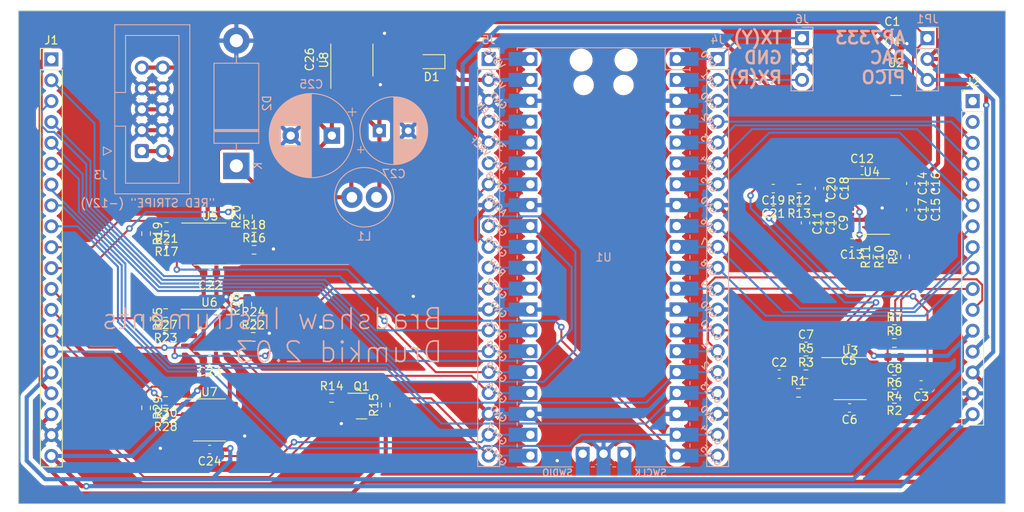
<source format=kicad_pcb>
(kicad_pcb (version 20221018) (generator pcbnew)
  (layers (0 "F.Cu" signal) (31 "B.Cu" signal) (34 "B.Paste" user) (35 "F.Paste" user) (36 "B.SilkS" user "B.Silkscreen") (37 "F.SilkS" user "F.Silkscreen") (38 "B.Mask" user) (39 "F.Mask" user) (44 "Edge.Cuts" user))
  (net 0 "")
  (net 1 "Net-(C2-Pad2)")
  (net 2 "Net-(C3-Pad2)")
  (net 3 "Net-(Q1-B)")
  (net 4 "GND")
  (net 5 "SYNC_IN")
  (net 6 "Net-(U3A--)")
  (net 7 "Net-(U3B--)")
  (net 8 "Net-(C8-Pad2)")
  (net 9 "Net-(U4-CAPP)")
  (net 10 "Net-(U4-CAPM)")
  (net 11 "Net-(U4-VNEG)")
  (net 12 "Net-(U4-LDOO)")
  (net 13 "Net-(D2-K)")
  (net 15 "Net-(JP1-A)")
  (net 16 "Net-(#FLG02-pwr)")
  (net 17 "SD_CLOCK")
  (net 18 "SD_SERIAL_OUT")
  (net 19 "SD_SERIAL_IN")
  (net 20 "SD_CHIP_SELECT")
  (net 21 "595_DATA")
  (net 22 "595_CLOCK")
  (net 23 "595_LATCH")
  (net 24 "DAC_DOUT")
  (net 25 "DAC_BCLK")
  (net 26 "DAC_LRC")
  (net 27 "165_LOAD")
  (net 28 "165_CLOCK")
  (net 29 "165_DATA")
  (net 30 "SYNC_OUT")
  (net 31 "4051_ADDRESS_A")
  (net 32 "4051_ADDRESS_B")
  (net 33 "4051_ADDRESS_C")
  (net 35 "4051_READING_0")
  (net 36 "4051_READING_1")
  (net 37 "TRIGGER_OUT_1_EURO")
  (net 39 "SERIAL_TX")
  (net 40 "LINE_OUT_L")
  (net 41 "+5V")
  (net 44 "TRIGGER_OUT_2_EURO")
  (net 45 "TRIGGER_OUT_3_EURO")
  (net 46 "TRIGGER_OUT_4_EURO")
  (net 47 "SYNC_IN_EURO")
  (net 48 "SYNC_OUT_EURO")
  (net 49 "EURO_OUT_1")
  (net 50 "EURO_OUT_2")
  (net 51 "Net-(U4-BCK)")
  (net 52 "Net-(U4-DIN)")
  (net 53 "Net-(U4-LRCK)")
  (net 54 "Net-(U4-OUTL)")
  (net 55 "+3.3VDAC")
  (net 56 "Net-(U4-OUTR)")
  (net 57 "LINE_OUT_R")
  (net 58 "Net-(U5B--)")
  (net 59 "+12V")
  (net 60 "-12V")
  (net 61 "Net-(U5A--)")
  (net 62 "Net-(C7-Pad2)")
  (net 63 "Net-(R18-Pad1)")
  (net 64 "Net-(R19-Pad1)")
  (net 65 "Net-(U6B--)")
  (net 66 "Net-(U6A--)")
  (net 67 "Net-(R24-Pad1)")
  (net 68 "Net-(R25-Pad1)")
  (net 69 "Net-(U7A--)")
  (net 70 "Net-(R29-Pad1)")
  (net 71 "Net-(U7B--)")
  (net 72 "+3.3V")
  (net 73 "SERIAL_RX")
  (net 74 "unconnected-(J5-Pin_1-Pad1)")
  (net 75 "unconnected-(J5-Pin_4-Pad4)")
  (net 76 "TRIGGER_OUT_1")
  (net 77 "TRIGGER_OUT_4")
  (net 78 "TRIGGER_OUT_3")
  (net 79 "TRIGGER_OUT_2")
  (net 80 "unconnected-(J5-Pin_6-Pad6)")
  (net 81 "unconnected-(J5-Pin_11-Pad11)")
  (footprint "Diode_SMD:D_SOD-323" (layer "F.Cu") (at 130.232323 56.2 180)
    (fp_text reference "D1")
    (fp_text value "1N5819WS")
  )
  (footprint "Resistor_SMD:R_0603_1608Metric" (layer "F.Cu") (at 184.4325 79.945 90)
    (fp_text reference "R11")
    (fp_text value "56R")
  )
  (footprint "Resistor_SMD:R_0603_1608Metric" (layer "F.Cu") (at 186.485 90.435)
    (fp_text reference "R8")
    (fp_text value "1k")
  )
  (footprint "Resistor_SMD:R_0603_1608Metric" (layer "F.Cu") (at 186.485 97.235 180)
    (fp_text reference "R2")
    (fp_text value "39k")
  )
  (footprint "Package_SO:TSSOP-20_4.4x6.5mm_P0.65mm" (layer "F.Cu") (at 183.72 73.82)
    (fp_text reference "U4")
    (fp_text value "PCM5102")
  )
  (footprint "Package_SO:SOIC-8_3.9x4.9mm_P1.27mm" (layer "F.Cu") (at 120.532323 56 90)
    (fp_text reference "U8")
    (fp_text value "XL1509-5.0")
  )
  (footprint "Resistor_SMD:R_0603_1608Metric" (layer "F.Cu") (at 118.075 97.11)
    (fp_text reference "R14")
    (fp_text value "100K")
  )
  (footprint "Resistor_SMD:R_0603_1608Metric" (layer "F.Cu") (at 186.0825 79.945 90)
    (fp_text reference "R10")
    (fp_text value "56R")
  )
  (footprint "Resistor_SMD:R_0603_1608Metric" (layer "F.Cu") (at 95.515 77.12 -90)
    (fp_text reference "R19")
    (fp_text value "100k")
  )
  (footprint "Capacitor_SMD:C_0603_1608Metric" (layer "F.Cu") (at 189.735 95.535 180)
    (fp_text reference "C3")
    (fp_text value "10uF")
  )
  (footprint "Connector_PinHeader_2.54mm:PinHeader_1x20_P2.54mm_Vertical" (layer "F.Cu") (at 84 55.92)
    (fp_text reference "J1")
    (fp_text value "Conn_01x20_Pin")
  )
  (footprint "Capacitor_SMD:C_0603_1608Metric" (layer "F.Cu") (at 177.3825 71.62 -90)
    (fp_text reference "C20")
    (fp_text value "10uF")
  )
  (footprint "Capacitor_SMD:C_0603_1608Metric" (layer "F.Cu") (at 190.0825 71.02 -90)
    (fp_text reference "C16")
    (fp_text value "10uF")
  )
  (footprint "Package_SO:SOIC-8_3.9x4.9mm_P1.27mm" (layer "F.Cu") (at 181.11 94.77)
    (fp_text reference "U3")
    (fp_text value "TL072")
  )
  (footprint "Capacitor_SMD:C_0603_1608Metric" (layer "F.Cu") (at 172.485 94.235)
    (fp_text reference "C2")
    (fp_text value "10uF")
  )
  (footprint "Capacitor_SMD:C_0603_1608Metric" (layer "F.Cu") (at 175.6825 75.82 -90)
    (fp_text reference "C11")
    (fp_text value "10uF")
  )
  (footprint "Resistor_SMD:R_0603_1608Metric" (layer "F.Cu") (at 175.735 94.235)
    (fp_text reference "R3")
    (fp_text value "5.6k")
  )
  (footprint "Resistor_SMD:R_0603_1608Metric" (layer "F.Cu") (at 107.915 75.07 90)
    (fp_text reference "R20")
    (fp_text value "1k")
  )
  (footprint "Capacitor_SMD:C_0603_1608Metric" (layer "F.Cu") (at 188.4825 71.02 -90)
    (fp_text reference "C14")
    (fp_text value "0.1uF")
  )
  (footprint "Package_TO_SOT_SMD:SOT-23" (layer "F.Cu") (at 186.67 58.75)
    (fp_text reference "U2")
    (fp_text value "AP7333-33SAG")
  )
  (footprint "Capacitor_SMD:C_0603_1608Metric" (layer "F.Cu") (at 186.23 52.76)
    (fp_text reference "C1")
    (fp_text value "1uF")
  )
  (footprint "Resistor_SMD:R_0603_1608Metric" (layer "F.Cu") (at 174.9075 73.245 180)
    (fp_text reference "R13")
    (fp_text value "470R")
  )
  (footprint "Package_SO:SOIC-8_3.9x4.9mm_P1.27mm" (layer "F.Cu") (at 103.29 78.4)
    (fp_text reference "U5")
    (fp_text value "TL072")
  )
  (footprint "Capacitor_SMD:C_0603_1608Metric" (layer "F.Cu") (at 188.4825 74.22 -90)
    (fp_text reference "C17")
    (fp_text value "0.1uF")
  )
  (footprint "Resistor_SMD:R_0603_1608Metric" (layer "F.Cu") (at 97.99 77.895 180)
    (fp_text reference "R17")
    (fp_text value "100k")
  )
  (footprint "Resistor_SMD:R_0603_1608Metric" (layer "F.Cu") (at 174.825 96.5)
    (fp_text reference "R1")
    (fp_text value "39k")
  )
  (footprint "Resistor_SMD:R_0603_1608Metric" (layer "F.Cu") (at 124.65 97.985 90)
    (fp_text reference "R15")
    (fp_text value "10K")
  )
  (footprint "Connector_PinHeader_2.54mm:PinHeader_1x16_P2.54mm_Vertical" (layer "F.Cu") (at 196 61)
    (fp_text reference "J2")
    (fp_text value "Conn_01x16_Pin")
  )
  (footprint "Resistor_SMD:R_0603_1608Metric" (layer "F.Cu") (at 97.99 76.295 180)
    (fp_text reference "R21")
    (fp_text value "1k")
  )
  (footprint "Capacitor_SMD:C_0603_1608Metric" (layer "F.Cu") (at 103.24 92.495 180)
    (fp_text reference "C23")
    (fp_text value "100n")
  )
  (footprint "Resistor_SMD:R_0603_1608Metric" (layer "F.Cu") (at 108.54 89.695)
    (fp_text reference "R22")
    (fp_text value "100k")
  )
  (footprint "Resistor_SMD:R_0603_1608Metric" (layer "F.Cu") (at 186.485 93.835 180)
    (fp_text reference "R6")
    (fp_text value "39k")
  )
  (footprint "Resistor_SMD:R_0603_1608Metric" (layer "F.Cu") (at 108.64 79.095)
    (fp_text reference "R16")
    (fp_text value "100k")
  )
  (footprint "Resistor_SMD:R_0603_1608Metric" (layer "F.Cu") (at 97.89 88.395 180)
    (fp_text reference "R23")
    (fp_text value "100k")
  )
  (footprint "Package_SO:SOIC-8_3.9x4.9mm_P1.27mm" (layer "F.Cu") (at 103.215 99.795)
    (fp_text reference "U7")
    (fp_text value "TL072")
  )
  (footprint "Resistor_SMD:R_0603_1608Metric" (layer "F.Cu") (at 97.89 99.195 180)
    (fp_text reference "R28")
    (fp_text value "100k")
  )
  (footprint "Resistor_SMD:R_0603_1608Metric" (layer "F.Cu") (at 186.485 88.735)
    (fp_text reference "R7")
    (fp_text value "1k")
  )
  (footprint "Capacitor_SMD:C_0603_1608Metric" (layer "F.Cu") (at 190.0825 74.22 -90)
    (fp_text reference "C15")
    (fp_text value "1uF")
  )
  (footprint "Capacitor_SMD:C_0603_1608Metric" (layer "F.Cu") (at 103.24 103.395 180)
    (fp_text reference "C24")
    (fp_text value "100n")
  )
  (footprint "Resistor_SMD:R_0603_1608Metric" (layer "F.Cu") (at 175.735 92.535)
    (fp_text reference "R5")
    (fp_text value "39k")
  )
  (footprint "Capacitor_SMD:C_0603_1608Metric" (layer "F.Cu") (at 181.035 98.335 180)
    (fp_text reference "C6")
    (fp_text value "100n")
  )
  (footprint "Resistor_SMD:R_0603_1608Metric" (layer "F.Cu") (at 107.815 85.72 90)
    (fp_text reference "R26")
    (fp_text value "1k")
  )
  (footprint "Capacitor_SMD:C_0603_1608Metric" (layer "F.Cu") (at 178.8825 75.82 -90)
    (fp_text reference "C9")
    (fp_text value "0.1uF")
  )
  (footprint "Capacitor_SMD:C_0603_1608Metric" (layer "F.Cu") (at 186.485 92.135 180)
    (fp_text reference "C8")
    (fp_text value "18p")
  )
  (footprint "Resistor_SMD:R_0603_1608Metric" (layer "F.Cu") (at 97.89 86.795 180)
    (fp_text reference "R27")
    (fp_text value "1k")
  )
  (footprint "Resistor_SMD:R_0603_1608Metric" (layer "F.Cu") (at 174.9075 71.645 180)
    (fp_text reference "R12")
    (fp_text value "470R")
  )
  (footprint "Capacitor_SMD:C_0603_1608Metric" (layer "F.Cu") (at 103.29 81.995 180)
    (fp_text reference "C22")
    (fp_text value "100n")
  )
  (footprint "Capacitor_SMD:C_0603_1608Metric" (layer "F.Cu") (at 180.935 91.135 180)
    (fp_text reference "C5")
    (fp_text value "100n")
  )
  (footprint "Resistor_SMD:R_0603_1608Metric" (layer "F.Cu") (at 186.485 95.535 180)
    (fp_text reference "R4")
    (fp_text value "5.6k")
  )
  (footprint "Resistor_SMD:R_0603_1608Metric" (layer "F.Cu") (at 108.64 77.495)
    (fp_text reference "R18")
    (fp_text value "100k")
  )
  (footprint "Capacitor_SMD:C_0603_1608Metric" (layer "F.Cu") (at 177.2825 75.82 -90)
    (fp_text reference "C10")
    (fp_text value "1uF")
  )
  (footprint "Capacitor_SMD:C_0603_1608Metric" (layer "F.Cu") (at 178.9825 71.62 -90)
    (fp_text reference "C18")
    (fp_text value "0.1uF")
  )
  (footprint "Capacitor_SMD:C_0603_1608Metric" (layer "F.Cu") (at 171.7575 73.245 180)
    (fp_text reference "C21")
    (fp_text value "2.2nF")
  )
  (footprint "Capacitor_SMD:C_0603_1608Metric" (layer "F.Cu") (at 175.735 90.835)
    (fp_text reference "C7")
    (fp_text value "18p")
  )
  (footprint "Package_SO:SOIC-8_3.9x4.9mm_P1.27mm" (layer "F.Cu") (at 103.215 88.895)
    (fp_text reference "U6")
    (fp_text value "TL072")
  )
  (footprint "Capacitor_SMD:C_0603_1608Metric" (layer "F.Cu") (at 182.5575 69.445)
    (fp_text reference "C12")
    (fp_text value "2.2uF")
  )
  (footprint "Capacitor_SMD:C_0603_1608Metric" (layer "F.Cu") (at 171.7575 71.645 180)
    (fp_text reference "C19")
    (fp_text value "2.2nF")
  )
  (footprint "Resistor_SMD:R_0603_1608Metric" (layer "F.Cu") (at 97.89 97.495 180)
    (fp_text reference "R30")
    (fp_text value "1k")
  )
  (footprint "Capacitor_SMD:C_0603_1608Metric" (layer "F.Cu") (at 116.832323 55.925 90)
    (fp_text reference "C26")
    (fp_text value "1uF")
  )
  (footprint "Capacitor_SMD:C_0603_1608Metric" (layer "F.Cu") (at 186.23 55.27)
    (fp_text reference "C4")
    (fp_text value "1uF")
  )
  (footprint "Capacitor_SMD:C_0603_1608Metric" (layer "F.Cu") (at 181.3075 78.245 180)
    (fp_text reference "C13")
    (fp_text value "2.2uF")
  )
  (footprint "Resistor_SMD:R_0603_1608Metric" (layer "F.Cu") (at 108.54 88.095)
    (fp_text reference "R24")
    (fp_text value "100k")
  )
  (footprint "Resistor_SMD:R_0603_1608Metric" (layer "F.Cu") (at 187.7825 79.945 90)
    (fp_text reference "R9")
    (fp_text value "56R")
  )
  (footprint "Package_TO_SOT_SMD:SOT-23" (layer "F.Cu") (at 121.7125 98.11)
    (fp_text reference "Q1")
    (fp_text value "MMBT3904")
  )
  (footprint "Resistor_SMD:R_0603_1608Metric" (layer "F.Cu") (at 95.515 87.52 -90)
    (fp_text reference "R25")
    (fp_text value "100k")
  )
  (footprint "Resistor_SMD:R_0603_1608Metric" (layer "F.Cu") (at 95.515 98.32 -90)
    (fp_text reference "R29")
    (fp_text value "100k")
  )
  (footprint "Connector_IDC:IDC-Header_2x05_P2.54mm_Vertical" (layer "B.Cu") (at 95 67.08)
    (fp_text reference "J3")
    (fp_text value "Eurorack_Power")
  )
  (footprint "Connector_PinHeader_2.54mm:PinHeader_1x03_P2.54mm_Vertical" (layer "B.Cu") (at 190.5 53.34 180)
    (fp_text reference "JP1")
    (fp_text value "Jumper_3_Open")
  )
  (footprint "Inductor_THT:L_Radial_D7.0mm_P3.00mm" (layer "B.Cu") (at 120.532323 72.7)
    (fp_text reference "L1")
    (fp_text value "68uH/2A")
  )
  (footprint "Connector_PinHeader_2.54mm:PinHeader_1x20_P2.54mm_Vertical" (layer "B.Cu") (at 165 55.88 180)
    (fp_text reference "J4")
    (fp_text value "Conn_01x20_Pin")
  )
  (footprint "Capacitor_THT:CP_Radial_D8.0mm_P3.50mm" (layer "B.Cu") (at 123.879672 64.6)
    (fp_text reference "C27")
    (fp_text value "180uF 35V")
  )
  (footprint "Capacitor_THT:CP_Radial_D10.0mm_P5.00mm" (layer "B.Cu") (at 118.1 65.2 180)
    (fp_text reference "C25")
    (fp_text value "470uF 35V")
  )
  (footprint "Diode_THT:D_DO-201AD_P15.24mm_Horizontal" (layer "B.Cu") (at 106.49 68.88 90)
    (fp_text reference "D2")
    (fp_text value "1N5820")
  )
  (footprint "Connector_PinHeader_2.54mm:PinHeader_1x03_P2.54mm_Vertical" (layer "B.Cu") (at 175.26 53.34 180)
    (fp_text reference "J6")
    (fp_text value "Conn_01x03_Pin")
  )
  (footprint "Connector_PinHeader_2.54mm:PinHeader_1x20_P2.54mm_Vertical" (layer "B.Cu") (at 137.16 55.88 180)
    (fp_text reference "J5")
    (fp_text value "Conn_01x20_Pin")
  )
  (footprint "MCU_RaspberryPi_and_Boards:RPi_Pico_SMD_TH" (layer "B.Cu") (at 151.13 80.01 180)
    (fp_text reference "U1")
    (fp_text value "Pico")
  )
  (gr_rect (start 80 50) (end 200 110) (stroke (width 0.1)) (fill none) (layer "Edge.Cuts"))
  (gr_text "{dblquote}RED STRIPE{dblquote} (-12V)" (at 104 74) (layer "B.SilkS") (effects (font (size 1 1)) (justify left bottom mirror)))
  (gr_text "Bradshaw Instruments\nDrumkid 2.03" (at 131.75 93) (layer "B.SilkS") (effects (font (size 2.5 2.5) (thickness 0.2)) (justify left bottom mirror)))
  (gr_text "TX(Y)\nGND\nRX(R)" (at 173 59) (layer "B.SilkS") (effects (font (size 1.5 1.5) (thickness 0.3) bold) (justify left bottom mirror)))
  (gr_text "AP7333\nDAC\nPICO" (at 188 59) (layer "B.SilkS") (effects (font (size 1.5 1.5) (thickness 0.3) bold) (justify left bottom mirror)))
  (segment (start 174.91 94.235) (end 173.26 94.235) (width 0.5) (layer "F.Cu") (net 1))
  (segment (start 173.26 95.76) (end 173.26 94.235) (width 0.25) (layer "F.Cu") (net 1))
  (segment (start 174 96.5) (end 173.26 95.76) (width 0.25) (layer "F.Cu") (net 1))
  (segment (start 187.31 95.535) (end 187.31 97.235) (width 0.25) (layer "F.Cu") (net 2))
  (segment (start 188.96 95.535) (end 187.31 95.535) (width 0.25) (layer "F.Cu") (net 2))
  (segment (start 120.775 97.16) (end 118.95 97.16) (width 0.25) (layer "F.Cu") (net 3))
  (segment (start 118.95 97.16) (end 118.9 97.11) (width 0.25) (layer "F.Cu") (net 3))
  (segment (start 145.5 102.32) (end 142.24 99.06) (width 0.5) (layer "F.Cu") (net 4))
  (segment (start 145.5 104.75) (end 145.5 102.32) (width 0.5) (layer "F.Cu") (net 4))
  (segment (start 151.13 103.91) (end 146.28 99.06) (width 0.5) (layer "F.Cu") (net 4))
  (segment (start 116.832323 55.15) (end 117.002323 55.15) (width 0.5) (layer "F.Cu") (net 4))
  (segment (start 180.8575 76.745) (end 180.8575 76.145) (width 0.5) (layer "F.Cu") (net 4))
  (segment (start 194.4 98.16) (end 196 96.56) (width 0.5) (layer "F.Cu") (net 4))
  (segment (start 187.005 58.1475) (end 187.6075 58.75) (width 0.5) (layer "F.Cu") (net 4))
  (segment (start 123.725 53.525) (end 124.5 52.75) (width 0.5) (layer "F.Cu") (net 4))
  (segment (start 105.69 101.7) (end 107.45 101.7) (width 0.5) (layer "F.Cu") (net 4))
  (segment (start 187.005 55.27) (end 187.005 58.1475) (width 0.5) (layer "F.Cu") (net 4))
  (segment (start 165 73.66) (end 170.5675 73.66) (width 0.5) (layer "F.Cu") (net 4))
  (segment (start 187.005 55.27) (end 187.005 54.995) (width 0.5) (layer "F.Cu") (net 4))
  (segment (start 167.935 76.595) (end 165 73.66) (width 0.5) (layer "F.Cu") (net 4))
  (segment (start 170.9825 73.245) (end 170.9825 71.645) (width 0.5) (layer "F.Cu") (net 4))
  (segment (start 175.65 96.5) (end 176.745 95.405) (width 0.5) (layer "F.Cu") (net 4))
  (segment (start 188.4825 71.795) (end 188.2325 71.545) (width 0.5) (layer "F.Cu") (net 4))
  (segment (start 181.925 98.335) (end 183.585 96.675) (width 0.5) (layer "F.Cu") (net 4))
  (segment (start 185.66 97.235) (end 186.585 98.16) (width 0.5) (layer "F.Cu") (net 4))
  (segment (start 185.505 73.495) (end 185 74) (width 0.25) (layer "F.Cu") (net 4))
  (segment (start 178.8825 76.595) (end 175.6825 76.595) (width 0.5) (layer "F.Cu") (net 4))
  (segment (start 180.5325 78.245) (end 180.5325 77.07) (width 0.5) (layer "F.Cu") (net 4))
  (segment (start 179.0325 76.745) (end 178.8825 76.595) (width 0.5) (layer "F.Cu") (net 4))
  (segment (start 178.9825 72.395) (end 178.9505 72.395) (width 0.5) (layer "F.Cu") (net 4))
  (segment (start 97.25 101.75) (end 96 100.5) (width 0.5) (layer "F.Cu") (net 4))
  (segment (start 180.8575 76.745) (end 179.0325 76.745) (width 0.5) (layer "F.Cu") (net 4))
  (segment (start 188.4825 75.060317) (end 187.447817 76.095) (width 0.5) (layer "F.Cu") (net 4))
  (segment (start 185.1 96.675) (end 185.66 97.235) (width 0.5) (layer "F.Cu") (net 4))
  (segment (start 97.165 77.895) (end 97.165 77.915) (width 0.5) (layer "F.Cu") (net 4))
  (segment (start 181.81 98.335) (end 181.925 98.335) (width 0.5) (layer "F.Cu") (net 4))
  (segment (start 109.365 89.695) (end 110.055 89.695) (width 0.5) (layer "F.Cu") (net 4))
  (segment (start 191.205 71.795) (end 191.25 71.75) (width 0.5) (layer "F.Cu") (net 4))
  (segment (start 188.4825 74.995) (end 188.4825 75.060317) (width 0.5) (layer "F.Cu") (net 4))
  (segment (start 123.475 58.475) (end 124 59) (width 0.5) (layer "F.Cu") (net 4))
  (segment (start 190.0825 74.995) (end 188.4825 74.995) (width 0.5) (layer "F.Cu") (net 4))
  (segment (start 187.005 54.995) (end 188 54) (width 0.5) (layer "F.Cu") (net 4))
  (segment (start 109.465 79.095) (end 110.905 79.095) (width 0.5) (layer "F.Cu") (net 4))
  (segment (start 97.065 88.395) (end 97.065 88.565) (width 0.5) (layer "F.Cu") (net 4))
  (segment (start 186.5825 76.745) (end 186.5825 76.095) (width 0.5) (layer "F.Cu") (net 4))
  (segment (start 186.585 98.16) (end 194.4 98.16) (width 0.5) (layer "F.Cu") (net 4))
  (segment (start 190.0825 71.795) (end 188.4825 71.795) (width 0.5) (layer "F.Cu") (net 4))
  (segment (start 105.25 84.8245) (end 108.0745 82) (width 0.5) (layer "F.Cu") (net 4))
  (segment (start 179.1825 72.195) (end 178.9825 72.395) (width 0.5) (layer "F.Cu") (net 4))
  (segment (start 97.25 103.25) (end 97.25 101.75) (width 0.5) (layer "F.Cu") (net 4))
  (segment (start 97.165 77.915) (end 98 78.75) (width 0.5) (layer "F.Cu") (net 4))
  (segment (start 97.54 62) (end 95 62) (width 0.5) (layer "F.Cu") (net 4))
  (segment (start 110.055 89.695) (end 110.5 89.25) (width 0.5) (layer "F.Cu") (net 4))
  (segment (start 191.25 73.8275) (end 191.25 71.75) (width 0.5) (layer "F.Cu") (net 4))
  (segment (start 117.002323 55.15) (end 118.627323 53.525) (width 0.5) (layer "F.Cu") (net 4))
  (segment (start 118.627323 53.525) (end 122.437323 53.525) (width 0.5) (layer "F.Cu") (net 4))
  (segment (start 120.775 99.06) (end 120.44 99.06) (width 0.5) (layer "F.Cu") (net 4))
  (segment (start 128.82 82) (end 137.16 73.66) (width 0.5) (layer "F.Cu") (net 4))
  (segment (start 190.0825 71.795) (end 191.205 71.795) (width 0.5) (layer "F.Cu") (net 4))
  (segment (start 188.2325 71.545) (end 186.92245 71.545) (width 0.5) (layer "F.Cu") (net 4))
  (segment (start 183.585 96.675) (end 180.458528 96.675) (width 0.5) (layer "F.Cu") (net 4))
  (segment (start 107.45 101.7) (end 107.5 101.75) (width 0.5) (layer "F.Cu") (net 4))
  (segment (start 146.28 99.06) (end 142.24 99.06) (width 0.5) (layer "F.Cu") (net 4))
  (segment (start 97.065 88.565) (end 97.75 89.25) (width 0.5) (layer "F.Cu") (net 4))
  (segment (start 108.0745 82) (end 128.82 82) (width 0.5) (layer "F.Cu") (net 4))
  (segment (start 97.54 59.46) (end 95 59.46) (width 0.5) (layer "F.Cu") (net 4))
  (segment (start 186.5825 73.495) (end 185.505 73.495) (width 0.25) (layer "F.Cu") (net 4))
  (segment (start 97.065 99.195) (end 97.065 99.435) (width 0.5) (layer "F.Cu") (net 4))
  (segment (start 97.065 99.435) (end 96 100.5) (width 0.5) (layer "F.Cu") (net 4))
  (segment (start 122.437323 53.525) (end 123.725 53.525) (width 0.5) (layer "F.Cu") (net 4))
  (segment (start 97.54 64.54) (end 95 64.54) (width 0.5) (layer "F.Cu") (net 4))
  (segment (start 180.458528 96.675) (end 179.188528 95.405) (width 0.5) (layer "F.Cu") (net 4))
  (segment (start 180.16 91.135) (end 180.16 94.433528) (width 0.5) (layer "F.Cu") (net 4))
  (segment (start 180.16 94.433528) (end 179.188528 95.405) (width 0.5) (layer "F.Cu") (net 4))
  (segment (start 180.8575 72.195) (end 179.1825 72.195) (width 0.5) (layer "F.Cu") (net 4))
  (segment (start 190.0825 74.995) (end 191.25 73.8275) (width 0.5) (layer "F.Cu") (net 4))
  (segment (start 122.437323 58.475) (end 123.475 58.475) (width 0.5) (layer "F.Cu") (net 4))
  (segment (start 116.75 88.5) (end 120.5 84.75) (width 0.5) (layer "F.Cu") (net 4))
  (segment (start 178.9505 72.395) (end 178.25 73.0955) (width 0.5) (layer "F.Cu") (net 4))
  (segment (start 120.44 99.06) (end 119.25 100.25) (width 0.5) (layer "F.Cu") (net 4))
  (segment (start 120.5 84.75) (end 128 84.75) (width 0.5) (layer "F.Cu") (net 4))
  (segment (start 187.447817 76.095) (end 186.5825 76.095) (width 0.5) (layer "F.Cu") (net 4))
  (segment (start 178.9825 72.395) (end 177.3825 72.395) (width 0.5) (layer "F.Cu") (net 4))
  (segment (start 183.585 96.675) (end 185.1 96.675) (width 0.5) (layer "F.Cu") (net 4))
  (segment (start 170.5675 73.66) (end 170.9825 73.245) (width 0.5) (layer "F.Cu") (net 4))
  (segment (start 110.905 79.095) (end 111 79) (width 0.5) (layer "F.Cu") (net 4))
  (segment (start 179.188528 95.405) (end 178.635 95.405) (width 0.5) (layer "F.Cu") (net 4))
  (segment (start 187.005 52.76) (end 187.005 55.27) (width 0.5) (layer "F.Cu") (net 4))
  (segment (start 175.6825 76.595) (end 167.935 76.595) (width 0.5) (layer "F.Cu") (net 4))
  (segment (start 180.5325 77.07) (end 180.8575 76.745) (width 0.5) (layer "F.Cu") (net 4))
  (segment (start 176.745 95.405) (end 178.635 95.405) (width 0.5) (layer "F.Cu") (net 4))
  (via (at 97.75 89.25) (size 0.8) (drill 0.4) (layers "F.Cu" "B.Cu") (net 4))
  (via (at 119.25 100.25) (size 0.8) (drill 0.4) (layers "F.Cu" "B.Cu") (net 4))
  (via (at 97.25 103.25) (size 0.8) (drill 0.4) (layers "F.Cu" "B.Cu") (net 4))
  (via (at 188 54) (size 0.8) (drill 0.4) (layers "F.Cu" "B.Cu") (net 4))
  (via (at 185 74) (size 0.8) (drill 0.4) (layers "F.Cu" "B.Cu") (net 4))
  (via (at 111 79) (size 0.8) (drill 0.4) (layers "F.Cu" "B.Cu") (net 4))
  (via (at 105.25 84.8245) (size 0.8) (drill 0.4) (layers "F.Cu" "B.Cu") (net 4))
  (via (at 128 84.75) (size 0.8) (drill 0.4) (layers "F.Cu" "B.Cu") (net 4))
  (via (at 191.25 71.75) (size 0.8) (drill 0.4) (layers "F.Cu" "B.Cu") (net 4))
  (via (at 145.5 104.75) (size 0.8) (drill 0.4) (layers "F.Cu" "B.Cu") (net 4))
  (via (at 124.5 52.75) (size 0.8) (drill 0.4) (layers "F.Cu" "B.Cu") (net 4))
  (via (at 110.5 89.25) (size 0.8) (drill 0.4) (layers "F.Cu" "B.Cu") (net 4))
  (via (at 107.5 101.75) (size 0.8) (drill 0.4) (layers "F.Cu" "B.Cu") (net 4))
  (via (at 98 78.75) (size 0.8) (drill 0.4) (layers "F.Cu" "B.Cu") (net 4))
  (via (at 116.75 88.5) (size 0.8) (drill 0.4) (layers "F.Cu" "B.Cu") (net 4))
  (via (at 124 59) (size 0.8) (drill 0.4) (layers "F.Cu" "B.Cu") (net 4))
  (via (at 178.25 73.0955) (size 0.8) (drill 0.4) (layers "F.Cu" "B.Cu") (net 4))
  (segment (start 97.75 89.25) (end 102.1755 84.8245) (width 0.5) (layer "B.Cu") (net 4))
  (segment (start 160.02 73.66) (end 165 73.66) (width 0.5) (layer "B.Cu") (net 4))
  (segment (start 160.02 60.96) (end 165 60.96) (width 0.5) (layer "B.Cu") (net 4))
  (segment (start 137.16 60.96) (end 142.24 60.96) (width 0.5) (layer "B.Cu") (net 4))
  (segment (start 165 99.06) (end 160.02 99.06) (width 0.5) (layer "B.Cu") (net 4))
  (segment (start 142.24 73.66) (end 137.16 73.66) (width 0.5) (layer "B.Cu") (net 4))
  (segment (start 142.24 99.06) (end 137.16 99.06) (width 0.5) (layer "B.Cu") (net 4))
  (segment (start 102.1755 84.8245) (end 105.25 84.8245) (width 0.5) (layer "B.Cu") (net 4))
  (segment (start 160.02 86.36) (end 165 86.36) (width 0.5) (layer "B.Cu") (net 4))
  (segment (start 137.16 86.36) (end 142.24 86.36) (width 0.5) (layer "B.Cu") (net 4))
  (segment (start 130.18 97.16) (end 137.16 104.14) (width 0.25) (layer "F.Cu") (net 5))
  (segment (start 123.6 97.16) (end 122.65 98.11) (width 0.25) (layer "F.Cu") (net 5))
  (segment (start 124.65 97.16) (end 130.18 97.16) (width 0.25) (layer "F.Cu") (net 5))
  (segment (start 124.65 97.16) (end 123.6 97.16) (width 0.25) (layer "F.Cu") (net 5))
  (segment (start 142.24 104.14) (end 137.16 104.14) (width 0.25) (layer "B.Cu") (net 5))
  (segment (start 176.66 94.135) (end 176.56 94.235) (width 0.5) (layer "F.Cu") (net 6))
  (segment (start 174.91 92.535) (end 174.91 90.885) (width 0.5) (layer "F.Cu") (net 6))
  (segment (start 178.635 94.135) (end 176.66 94.135) (width 0.5) (layer "F.Cu") (net 6))
  (segment (start 176.56 94.185) (end 174.91 92.535) (width 0.5) (layer "F.Cu") (net 6))
  (segment (start 176.56 94.235) (end 176.56 94.185) (width 0.5) (layer "F.Cu") (net 6))
  (segment (start 174.91 90.885) (end 174.96 90.835) (width 0.5) (layer "F.Cu") (net 6))
  (segment (start 187.31 93.835) (end 187.31 92.185) (width 0.25) (layer "F.Cu") (net 7))
  (segment (start 187.31 93.835) (end 187.31 93.885) (width 0.25) (layer "F.Cu") (net 7))
  (segment (start 185.66 95.535) (end 183.715 95.535) (width 0.25) (layer "F.Cu") (net 7))
  (segment (start 187.31 93.885) (end 185.66 95.535) (width 0.25) (layer "F.Cu") (net 7))
  (segment (start 187.31 92.185) (end 187.26 92.135) (width 0.25) (layer "F.Cu") (net 7))
  (segment (start 183.715 95.535) (end 183.585 95.405) (width 0.25) (layer "F.Cu") (net 7))
  (segment (start 185.71 93.785) (end 185.66 93.835) (width 0.25) (layer "F.Cu") (net 8))
  (segment (start 185.66 92.085) (end 185.71 92.135) (width 0.25) (layer "F.Cu") (net 8))
  (segment (start 185.66 93.835) (end 183.885 93.835) (width 0.25) (layer "F.Cu") (net 8))
  (segment (start 183.885 93.835) (end 183.585 94.135) (width 0.25) (layer "F.Cu") (net 8))
  (segment (start 185.66 90.435) (end 185.66 92.085) (width 0.25) (layer "F.Cu") (net 8))
  (segment (start 185.71 92.135) (end 185.71 93.785) (width 0.25) (layer "F.Cu") (net 8))
  (segment (start 182 69.6625) (end 181.7825 69.445) (width 0.25) (layer "F.Cu") (net 9))
  (segment (start 182 71.091041) (end 182 69.6625) (width 0.25) (layer "F.Cu") (net 9))
  (segment (start 180.8575 71.545) (end 181.546041 71.545) (width 0.25) (layer "F.Cu") (net 9))
  (segment (start 181.546041 71.545) (end 182 71.091041) (width 0.25) (layer "F.Cu") (net 9))
  (segment (start 183.175 69.6025) (end 183.175 71.216041) (width 0.25) (layer "F.Cu") (net 10))
  (segment (start 183.175 71.216041) (end 181.546041 72.845) (width 0.25) (layer "F.Cu") (net 10))
  (segment (start 183.3325 69.445) (end 183.175 69.6025) (width 0.25) (layer "F.Cu") (net 10))
  (segment (start 181.546041 72.845) (end 180.8575 72.845) (width 0.25) (layer "F.Cu") (net 10))
  (segment (start 181.546041 73.495) (end 182.25 74.198959) (width 0.25) (layer "F.Cu") (net 11))
  (segment (start 180.8575 73.495) (end 181.546041 73.495) (width 0.25) (layer "F.Cu") (net 11))
  (segment (start 182.25 74.198959) (end 182.25 74.5) (width 0.25) (layer "F.Cu") (net 11))
  (segment (start 182.25 77.25) (end 182.25 78.0775) (width 0.25) (layer "F.Cu") (net 11))
  (segment (start 182.25 78.0775) (end 182.0825 78.245) (width 0.25) (layer "F.Cu") (net 11))
  (via (at 182.25 77.25) (size 0.8) (drill 0.4) (layers "F.Cu" "B.Cu") (net 11))
  (via (at 182.25 74.5) (size 0.8) (drill 0.4) (layers "F.Cu" "B.Cu") (net 11))
  (segment (start 182.25 74.5) (end 182.25 77.25) (width 0.25) (layer "B.Cu") (net 11))
  (segment (start 187.271041 72.195) (end 186.5825 72.195) (width 0.25) (layer "F.Cu") (net 12))
  (segment (start 190.0825 73.445) (end 188.4825 73.445) (width 0.25) (layer "F.Cu") (net 12))
  (segment (start 188.4825 73.445) (end 188.4825 73.406459) (width 0.25) (layer "F.Cu") (net 12))
  (segment (start 188.4825 73.406459) (end 187.271041 72.195) (width 0.25) (layer "F.Cu") (net 12))
  (segment (start 120.467323 72.635) (end 120.467323 62.1776) (width 0.5) (layer "F.Cu") (net 13))
  (segment (start 120.532323 72.7) (end 110.31 72.7) (width 0.5) (layer "F.Cu") (net 13))
  (segment (start 110.31 72.7) (end 106.49 68.88) (width 0.5) (layer "F.Cu") (net 13))
  (segment (start 119.897323 61.6076) (end 119.897323 58.475) (width 0.5) (layer "F.Cu") (net 13))
  (segment (start 120.532323 72.7) (end 120.467323 72.635) (width 0.5) (layer "F.Cu") (net 13))
  (segment (start 120.467323 62.1776) (end 119.897323 61.6076) (width 0.5) (layer "F.Cu") (net 13))
  (segment (start 186.552183 51.96) (end 189.12 51.96) (width 0.25) (layer "F.Cu") (net 15))
  (segment (start 185.7325 59.7) (end 188.066751 59.7) (width 0.25) (layer "F.Cu") (net 15))
  (segment (start 185.455 55.27) (end 186.23 54.495) (width 0.25) (layer "F.Cu") (net 15))
  (segment (start 189.12 51.96) (end 190.5 53.34) (width 0.25) (layer "F.Cu") (net 15))
  (segment (start 186.23 52.282183) (end 186.552183 51.96) (width 0.25) (layer "F.Cu") (net 15))
  (segment (start 188.066751 59.7) (end 188.75 59.016751) (width 0.25) (layer "F.Cu") (net 15))
  (segment (start 186.23 54.495) (end 186.23 52.282183) (width 0.25) (layer "F.Cu") (net 15))
  (segment (start 188.75 55.09) (end 190.5 53.34) (width 0.25) (layer "F.Cu") (net 15))
  (segment (start 188.75 59.016751) (end 188.75 55.09) (width 0.25) (layer "F.Cu") (net 15))
  (segment (start 133.502323 58.42) (end 137.16 58.42) (width 0.5) (layer "F.Cu") (net 16))
  (segment (start 131.282323 56.2) (end 133.502323 58.42) (width 0.5) (layer "F.Cu") (net 16))
  (segment (start 137.16 58.42) (end 142.24 58.42) (width 0.5) (layer "B.Cu") (net 16))
  (segment (start 196 66.08) (end 193.42 63.5) (width 0.25) (layer "B.Cu") (net 17))
  (segment (start 160.02 63.5) (end 165 63.5) (width 0.25) (layer "B.Cu") (net 17))
  (segment (start 193.42 63.5) (end 165 63.5) (width 0.25) (layer "B.Cu") (net 17))
  (segment (start 165 68.58) (end 169.18 64.4) (width 0.25) (layer "B.Cu") (net 18))
  (segment (start 169.18 64.4) (end 169.75 64.4) (width 0.25) (layer "B.Cu") (net 18))
  (segment (start 189.24 64.4) (end 169.75 64.4) (width 0.25) (layer "B.Cu") (net 18))
  (segment (start 160.02 68.58) (end 165 68.58) (width 0.25) (layer "B.Cu") (net 18))
  (segment (start 196 71.16) (end 189.24 64.4) (width 0.25) (layer "B.Cu") (net 18))
  (segment (start 167.09 63.95) (end 165 66.04) (width 0.25) (layer "B.Cu") (net 19))
  (segment (start 160.02 66.04) (end 165 66.04) (width 0.25) (layer "B.Cu") (net 19))
  (segment (start 196 68.62) (end 191.33 63.95) (width 0.25) (layer "B.Cu") (net 19))
  (segment (start 191.33 63.95) (end 167.09 63.95) (width 0.25) (layer "B.Cu") (net 19))
  (segment (start 187.15 64.85) (end 196 73.7) (width 0.25) (layer "B.Cu") (net 20))
  (segment (start 171.27 64.85) (end 187.15 64.85) (width 0.25) (layer "B.Cu") (net 20))
  (segment (start 165 71.12) (end 171.27 64.85) (width 0.25) (layer "B.Cu") (net 20))
  (segment (start 160.02 71.12) (end 165 71.12) (width 0.25) (layer "B.Cu") (net 20))
  (segment (start 175.025 86.225) (end 165 76.2) (width 0.25) (layer "B.Cu") (net 21))
  (segment (start 194.825 77.415) (end 194.825 80.175) (width 0.25) (layer "B.Cu") (net 21))
  (segment (start 196 76.24) (end 194.825 77.415) (width 0.25) (layer "B.Cu") (net 21))
  (segment (start 188.775 86.225) (end 175.025 86.225) (width 0.25) (layer "B.Cu") (net 21))
  (segment (start 160.02 76.2) (end 165 76.2) (width 0.25) (layer "B.Cu") (net 21))
  (segment (start 194.825 80.175) (end 188.775 86.225) (width 0.25) (layer "B.Cu") (net 21))
  (segment (start 172.935 86.675) (end 165 78.74) (width 0.25) (layer "B.Cu") (net 22))
  (segment (start 188.961396 86.675) (end 172.935 86.675) (width 0.25) (layer "B.Cu") (net 22))
  (segment (start 160.02 78.74) (end 165 78.74) (width 0.25) (layer "B.Cu") (net 22))
  (segment (start 196 79.636396) (end 188.961396 86.675) (width 0.25) (layer "B.Cu") (net 22))
  (segment (start 196 78.78) (end 196 79.636396) (width 0.25) (layer "B.Cu") (net 22))
  (segment (start 160.02 81.28) (end 165 81.28) (width 0.25) (layer "B.Cu") (net 23))
  (segment (start 170.845 87.125) (end 165 81.28) (width 0.25) (layer "B.Cu") (net 23))
  (segment (start 190.195 87.125) (end 170.845 87.125) (width 0.25) (layer "B.Cu") (net 23))
  (segment (start 196 81.32) (end 190.195 87.125) (width 0.25) (layer "B.Cu") (net 23))
  (segment (start 183.0325 83.82) (end 165 83.82) (width 0.25) (layer "F.Cu") (net 24))
  (segment (start 186.0825 80.77) (end 183.0325 83.82) (width 0.25) (layer "F.Cu") (net 24))
  (segment (start 165 83.82) (end 160.02 83.82) (width 0.25) (layer "B.Cu") (net 24))
  (segment (start 179.6525 88.9) (end 187.7825 80.77) (width 0.25) (layer "F.Cu") (net 25))
  (segment (start 165 88.9) (end 179.6525 88.9) (width 0.25) (layer "F.Cu") (net 25))
  (segment (start 165 88.9) (end 160.02 88.9) (width 0.25) (layer "B.Cu") (net 25))
  (segment (start 182.7475 82.455) (end 184.4325 80.77) (width 0.25) (layer "F.Cu") (net 26))
  (segment (start 164.703299 82.455) (end 182.7475 82.455) (width 0.25) (layer "F.Cu") (net 26))
  (segment (start 163.825 90.265) (end 163.825 83.333299) (width 0.25) (layer "F.Cu") (net 26))
  (segment (start 163.825 83.333299) (end 164.703299 82.455) (width 0.25) (layer "F.Cu") (net 26))
  (segment (start 165 91.44) (end 163.825 90.265) (width 0.25) (layer "F.Cu") (net 26))
  (segment (start 160.02 91.44) (end 165 91.44) (width 0.25) (layer "B.Cu") (net 26))
  (segment (start 84 71.795584) (end 93 80.795584) (width 0.25) (layer "B.Cu") (net 27))
  (segment (start 165 93.98) (end 160.02 93.98) (width 0.25) (layer "B.Cu") (net 27))
  (segment (start 84 71.16) (end 84 71.795584) (width 0.25) (layer "B.Cu") (net 27))
  (segment (start 93 80.795584) (end 93 87.5) (width 0.25) (layer "B.Cu") (net 27))
  (segment (start 93 87.5) (end 98.5 93) (width 0.25) (layer "B.Cu") (net 27))
  (segment (start 129.535812 97.695) (end 156.305 97.695) (width 0.25) (layer "B.Cu") (net 27))
  (segment (start 156.305 97.695) (end 160.02 93.98) (width 0.25) (layer "B.Cu") (net 27))
  (segment (start 98.5 93) (end 124.840812 93) (width 0.25) (layer "B.Cu") (net 27))
  (segment (start 124.840812 93) (end 129.535812 97.695) (width 0.25) (layer "B.Cu") (net 27))
  (segment (start 92.55 87.686396) (end 98.313604 93.45) (width 0.25) (layer "B.Cu") (net 28))
  (segment (start 84 73.7) (end 85.26802 73.7) (width 0.25) (layer "B.Cu") (net 28))
  (segment (start 131.439416 100.235) (end 156.305 100.235) (width 0.25) (layer "B.Cu") (net 28))
  (segment (start 160.02 96.52) (end 165 96.52) (width 0.25) (layer "B.Cu") (net 28))
  (segment (start 156.305 100.235) (end 160.02 96.52) (width 0.25) (layer "B.Cu") (net 28))
  (segment (start 92.55 80.98198) (end 92.55 87.686396) (width 0.25) (layer "B.Cu") (net 28))
  (segment (start 98.313604 93.45) (end 124.654416 93.45) (width 0.25) (layer "B.Cu") (net 28))
  (segment (start 124.654416 93.45) (end 131.439416 100.235) (width 0.25) (layer "B.Cu") (net 28))
  (segment (start 85.26802 73.7) (end 92.55 80.98198) (width 0.25) (layer "B.Cu") (net 28))
  (segment (start 87.171624 76.24) (end 92.090812 81.159188) (width 0.25) (layer "B.Cu") (net 29))
  (segment (start 136.388299 103.25) (end 136.673299 102.965) (width 0.25) (layer "B.Cu") (net 29))
  (segment (start 84 76.24) (end 87.171624 76.24) (width 0.25) (layer "B.Cu") (net 29))
  (segment (start 103.4 93.9) (end 112.75 103.25) (width 0.25) (layer "B.Cu") (net 29))
  (segment (start 160.02 101.6) (end 165 101.6) (width 0.25) (layer "B.Cu") (net 29))
  (segment (start 148.4 101.6) (end 160.02 101.6) (width 0.25) (layer "B.Cu") (net 29))
  (segment (start 92.090812 87.863604) (end 98.127208 93.9) (width 0.25) (layer "B.Cu") (net 29))
  (segment (start 112.75 103.25) (end 136.388299 103.25) (width 0.25) (layer "B.Cu") (net 29))
  (segment (start 98.127208 93.9) (end 103.4 93.9) (width 0.25) (layer "B.Cu") (net 29))
  (segment (start 136.673299 102.965) (end 147.035 102.965) (width 0.25) (layer "B.Cu") (net 29))
  (segment (start 147.035 102.965) (end 148.4 101.6) (width 0.25) (layer "B.Cu") (net 29))
  (segment (start 92.090812 81.159188) (end 92.090812 87.863604) (width 0.25) (layer "B.Cu") (net 29))
  (segment (start 100.363249 100.43) (end 99.44 101.353249) (width 0.25) (layer "F.Cu") (net 30))
  (segment (start 100.74 100.43) (end 100.363249 100.43) (width 0.25) (layer "F.Cu") (net 30))
  (segment (start 99.44 102.19) (end 101.445 104.195) (width 0.25) (layer "F.Cu") (net 30))
  (segment (start 101.445 104.195) (end 111.805 104.195) (width 0.25) (layer "F.Cu") (net 30))
  (segment (start 111.805 104.195) (end 113.5 102.5) (width 0.25) (layer "F.Cu") (net 30))
  (segment (start 99.44 101.353249) (end 99.44 102.19) (width 0.25) (layer "F.Cu") (net 30))
  (via (at 113.5 102.5) (size 0.8) (drill 0.4) (layers "F.Cu" "B.Cu") (net 30))
  (segment (start 136.26 102.5) (end 137.16 101.6) (width 0.25) (layer "B.Cu") (net 30))
  (segment (start 137.16 101.6) (end 142.24 101.6) (width 0.25) (layer "B.Cu") (net 30))
  (segment (start 113.5 102.5) (end 136.26 102.5) (width 0.25) (layer "B.Cu") (net 30))
  (segment (start 130.73 93.98) (end 137.16 93.98) (width 0.25) (layer "F.Cu") (net 31))
  (segment (start 124.5 87.75) (end 130.73 93.98) (width 0.25) (layer "F.Cu") (net 31))
  (via (at 124.5 87.75) (size 0.8) (drill 0.4) (layers "F.Cu" "B.Cu") (net 31))
  (segment (start 97.686396 82.3) (end 117.436396 82.3) (width 0.25) (layer "B.Cu") (net 31))
  (segment (start 97.318198 81.931802) (end 97.686396 82.3) (width 0.25) (layer "B.Cu") (net 31))
  (segment (start 89.25 73.863604) (end 97.318198 81.931802) (width 0.25) (layer "B.Cu") (net 31))
  (segment (start 119.05 82.3) (end 124.5 87.75) (width 0.25) (layer "B.Cu") (net 31))
  (segment (start 84 58.46) (end 89.25 63.71) (width 0.25) (layer "B.Cu") (net 31))
  (segment (start 117.436396 82.3) (end 119.05 82.3) (width 0.25) (layer "B.Cu") (net 31))
  (segment (start 142.24 93.98) (end 137.16 93.98) (width 0.25) (layer "B.Cu") (net 31))
  (segment (start 89.25 63.71) (end 89.25 73.863604) (width 0.25) (layer "B.Cu") (net 31))
  (segment (start 84.331701 64.75) (end 83.548299 64.75) (width 0.25) (layer "B.Cu") (net 32))
  (segment (start 88.25 74.136396) (end 88.25 68.668299) (width 0.25) (layer "B.Cu") (net 32))
  (segment (start 83.548299 64.75) (end 82.75 63.951701) (width 0.25) (layer "B.Cu") (net 32))
  (segment (start 97.313604 83.2) (end 88.25 74.136396) (width 0.25) (layer "B.Cu") (net 32))
  (segment (start 125.19 91.44) (end 116.95 83.2) (width 0.25) (layer "B.Cu") (net 32))
  (segment (start 137.16 91.44) (end 142.24 91.44) (width 0.25) (layer "B.Cu") (net 32))
  (segment (start 88.25 68.668299) (end 84.331701 64.75) (width 0.25) (layer "B.Cu") (net 32))
  (segment (start 137.16 91.44) (end 125.19 91.44) (width 0.25) (layer "B.Cu") (net 32))
  (segment (start 82.75 62.25) (end 84 61) (width 0.25) (layer "B.Cu") (net 32))
  (segment (start 116.95 83.2) (end 97.313604 83.2) (width 0.25) (layer "B.Cu") (net 32))
  (segment (start 82.75 63.951701) (end 82.75 62.25) (width 0.25) (layer "B.Cu") (net 32))
  (segment (start 97.5 82.75) (end 88.75 74) (width 0.25) (layer "B.Cu") (net 33))
  (segment (start 88.75 68.29) (end 84 63.54) (width 0.25) (layer "B.Cu") (net 33))
  (segment (start 137.16 88.9) (end 123.4 88.9) (width 0.25) (layer "B.Cu") (net 33))
  (segment (start 123.4 88.9) (end 117.25 82.75) (width 0.25) (layer "B.Cu") (net 33))
  (segment (start 88.75 74) (end 88.75 68.29) (width 0.25) (layer "B.Cu") (net 33))
  (segment (start 117.25 82.75) (end 97.5 82.75) (width 0.25) (layer "B.Cu") (net 33))
  (segment (start 142.24 88.9) (end 137.16 88.9) (width 0.25) (layer "B.Cu") (net 33))
  (segment (start 135.985 75.515) (end 135.985 77.565) (width 0.25) (layer "B.Cu") (net 35))
  (segment (start 147.7 79.31) (end 143.415 75.025) (width 0.25) (layer "B.Cu") (net 35))
  (segment (start 87.35 74.509188) (end 96.940812 84.1) (width 0.25) (layer "B.Cu") (net 35))
  (segment (start 147.7 91.3) (end 147.7 79.31) (width 0.25) (layer "B.Cu") (net 35))
  (segment (start 143.845 95.155) (end 147.7 91.3) (width 0.25) (layer "B.Cu") (net 35))
  (segment (start 135.985 77.565) (end 137.16 78.74) (width 0.25) (layer "B.Cu") (net 35))
  (segment (start 96.940812 84.1) (end 116.577208 84.1) (width 0.25) (layer "B.Cu") (net 35))
  (segment (start 87.35 70.5) (end 87.35 74.509188) (width 0.25) (layer "B.Cu") (net 35))
  (segment (start 116.577208 84.1) (end 127.632208 95.155) (width 0.25) (layer "B.Cu") (net 35))
  (segment (start 142.24 78.74) (end 137.16 78.74) (width 0.25) (layer "B.Cu") (net 35))
  (segment (start 143.415 75.025) (end 136.475 75.025) (width 0.25) (layer "B.Cu") (net 35))
  (segment (start 127.632208 95.155) (end 143.845 95.155) (width 0.25) (layer "B.Cu") (net 35))
  (segment (start 85.47 68.62) (end 87.35 70.5) (width 0.25) (layer "B.Cu") (net 35))
  (segment (start 136.475 75.025) (end 135.985 75.515) (width 0.25) (layer "B.Cu") (net 35))
  (segment (start 84 68.62) (end 85.47 68.62) (width 0.25) (layer "B.Cu") (net 35))
  (segment (start 97.127208 83.65) (end 116.763604 83.65) (width 0.25) (layer "B.Cu") (net 36))
  (segment (start 87.8 69.88) (end 87.8 74.322792) (width 0.25) (layer "B.Cu") (net 36))
  (segment (start 147.25 88.75) (end 147.25 81.21) (width 0.25) (layer "B.Cu") (net 36))
  (segment (start 84 66.08) (end 87.8 69.88) (width 0.25) (layer "B.Cu") (net 36))
  (segment (start 137.16 76.2) (end 142.24 76.2) (width 0.25) (layer "B.Cu") (net 36))
  (segment (start 125.728604 92.615) (end 143.385 92.615) (width 0.25) (layer "B.Cu") (net 36))
  (segment (start 147.25 81.21) (end 142.24 76.2) (width 0.25) (layer "B.Cu") (net 36))
  (segment (start 116.763604 83.65) (end 125.728604 92.615) (width 0.25) (layer "B.Cu") (net 36))
  (segment (start 143.385 92.615) (end 147.25 88.75) (width 0.25) (layer "B.Cu") (net 36))
  (segment (start 87.8 74.322792) (end 97.127208 83.65) (width 0.25) (layer "B.Cu") (net 36))
  (segment (start 88.97 78.78) (end 84 78.78) (width 0.25) (layer "F.Cu") (net 37))
  (segment (start 96.44 75.57) (end 92.18 75.57) (width 0.25) (layer "F.Cu") (net 37))
  (segment (start 97.165 76.295) (end 96.44 75.57) (width 0.25) (layer "F.Cu") (net 37))
  (segment (start 92.18 75.57) (end 88.97 78.78) (width 0.25) (layer "F.Cu") (net 37))
  (segment (start 160.02 55.88) (end 165 55.88) (width 0.25) (layer "B.Cu") (net 39))
  (segment (start 175.26 53.34) (end 167.54 53.34) (width 0.25) (layer "B.Cu") (net 39))
  (segment (start 167.54 53.34) (end 165 55.88) (width 0.25) (layer "B.Cu") (net 39))
  (segment (start 172.5325 71.645) (end 171.7325 70.845) (width 0.25) (layer "F.Cu") (net 40))
  (segment (start 171.7325 70.845) (end 170.405 70.845) (width 0.25) (layer "F.Cu") (net 40))
  (segment (start 174.0825 71.645) (end 172.5325 71.645) (width 0.25) (layer "F.Cu") (net 40))
  (segment (start 173.25 89.5) (end 171.71 91.04) (width 0.25) (layer "F.Cu") (net 40))
  (segment (start 180.25 89.5) (end 173.25 89.5) (width 0.25) (layer "F.Cu") (net 40))
  (segment (start 171.71 91.04) (end 171.71 94.235) (width 0.25) (layer "F.Cu") (net 40))
  (segment (start 184.25 85.5) (end 180.25 89.5) (width 0.25) (layer "F.Cu") (net 40))
  (segment (start 170.405 70.845) (end 169 72.25) (width 0.25) (layer "F.Cu") (net 40))
  (segment (start 169 72.25) (end 169 72.5) (width 0.25) (layer "F.Cu") (net 40))
  (via (at 169 72.5) (size 0.8) (drill 0.4) (layers "F.Cu" "B.Cu") (net 40))
  (via (at 184.25 85.5) (size 0.8) (drill 0.4) (layers "F.Cu" "B.Cu") (net 40))
  (segment (start 180.474695 85.5) (end 184.25 85.5) (width 0.25) (layer "B.Cu") (net 40))
  (segment (start 169 72.5) (end 169 74.025305) (width 0.25) (layer "B.Cu") (net 40))
  (segment (start 169 74.025305) (end 180.474695 85.5) (width 0.25) (layer "B.Cu") (net 40))
  (segment (start 174 62) (end 181.5325 62) (width 0.5) (layer "F.Cu") (net 41))
  (segment (start 121.167323 61.887651) (end 121.167323 58.475) (width 0.5) (layer "F.Cu") (net 41))
  (segment (start 123.879672 64.6) (end 123.879672 72.352651) (width 0.5) (layer "F.Cu") (net 41))
  (segment (start 123.879672 64.6) (end 123.879672 61.502651) (width 0.5) (layer "F.Cu") (net 41))
  (segment (start 129.182323 56.2) (end 132.382323 53) (width 0.5) (layer "F.Cu") (net 41))
  (segment (start 165 53) (end 174 62) (width 0.5) (layer "F.Cu") (net 41))
  (segment (start 181.5325 62) (end 185.7325 57.8) (width 0.5) (layer "F.Cu") (net 41))
  (segment (start 123.879672 72.352651) (end 123.532323 72.7) (width 0.5) (layer "F.Cu") (net 41))
  (segment (start 132.382323 53) (end 165 53) (width 0.5) (layer "F.Cu") (net 41))
  (segment (start 184.555 56.6225) (end 184.555 53.66) (width 0.5) (layer "F.Cu") (net 41))
  (segment (start 123.879672 64.6) (end 121.167323 61.887651) (width 0.5) (layer "F.Cu") (net 41))
  (segment (start 184.555 53.66) (end 185.455 52.76) (width 0.5) (layer "F.Cu") (net 41))
  (segment (start 123.879672 61.502651) (end 129.182323 56.2) (width 0.5) (layer "F.Cu") (net 41))
  (segment (start 185.7325 57.8) (end 184.555 56.6225) (width 0.5) (layer "F.Cu") (net 41))
  (segment (start 93.5 76.5) (end 88.68 81.32) (width 0.25) (layer "F.Cu") (net 44))
  (segment (start 107.915 74.245) (end 105.755 74.245) (width 0.25) (layer "F.Cu") (net 44))
  (segment (start 88.68 81.32) (end 84 81.32) (width 0.25) (layer "F.Cu") (net 44))
  (segment (start 105.755 74.245) (end 105.5 74.5) (width 0.25) (layer "F.Cu") (net 44))
  (via (at 105.5 74.5) (size 0.8) (drill 0.4) (layers "F.Cu" "B.Cu") (net 44))
  (via (at 93.5 76.5) (size 0.8) (drill 0.4) (layers "F.Cu" "B.Cu") (net 44))
  (segment (start 95.5 74.5) (end 93.5 76.5) (width 0.25) (layer "B.Cu") (net 44))
  (segment (start 105.5 74.5) (end 95.5 74.5) (width 0.25) (layer "B.Cu") (net 44))
  (segment (start 97.065 86.795) (end 96.44 87.42) (width 0.25) (layer "F.Cu") (net 45))
  (segment (start 87.56 87.42) (end 84 83.86) (width 0.25) (layer "F.Cu") (net 45))
  (segment (start 96.44 87.42) (end 87.56 87.42) (width 0.25) (layer "F.Cu") (net 45))
  (segment (start 106.5 85) (end 107.71 85) (width 0.25) (layer "F.Cu") (net 46))
  (segment (start 88.6 91) (end 84 86.4) (width 0.25) (layer "F.Cu") (net 46))
  (segment (start 97.75 91) (end 88.6 91) (width 0.25) (layer "F.Cu") (net 46))
  (segment (start 107.71 85) (end 107.815 84.895) (width 0.25) (layer "F.Cu") (net 46))
  (via (at 106.5 85) (size 0.8) (drill 0.4) (layers "F.Cu" "B.Cu") (net 46))
  (via (at 97.75 91) (size 0.8) (drill 0.4) (layers "F.Cu" "B.Cu") (net 46))
  (segment (start 105.5 86) (end 100.5 91) (width 0.25) (layer "B.Cu") (net 46))
  (segment (start 105.5 86) (end 106.5 85) (width 0.25) (layer "B.Cu") (net 46))
  (segment (start 100.5 91) (end 97.75 91) (width 0.25) (layer "B.Cu") (net 46))
  (segment (start 90.75 95.69) (end 84 88.94) (width 0.25) (layer "F.Cu") (net 47))
  (segment (start 95.25 106.75) (end 90.75 102.25) (width 0.25) (layer "F.Cu") (net 47))
  (segment (start 90.75 102.25) (end 90.75 95.69) (width 0.25) (layer "F.Cu") (net 47))
  (segment (start 117.25 100) (end 110.5 106.75) (width 0.25) (layer "F.Cu") (net 47))
  (segment (start 110.5 106.75) (end 95.25 106.75) (width 0.25) (layer "F.Cu") (net 47))
  (segment (start 117.25 97.11) (end 117.25 100) (width 0.25) (layer "F.Cu") (net 47))
  (segment (start 97.065 97.065) (end 96.5 96.5) (width 0.25) (layer "F.Cu") (net 48))
  (segment (start 97.065 97.495) (end 97.065 97.065) (width 0.25) (layer "F.Cu") (net 48))
  (via (at 96.5 96.5) (size 0.8) (drill 0.4) (layers "F.Cu" "B.Cu") (net 48))
  (segment (start 96.5 96.5) (end 91.48 91.48) (width 0.25) (layer "B.Cu") (net 48))
  (segment (start 91.48 91.48) (end 84 91.48) (width 0.25) (layer "B.Cu") (net 48))
  (segment (start 187.31 88.735) (end 187.31 85.164695) (width 0.25) (layer "F.Cu") (net 49))
  (segment (start 188.614695 83.86) (end 196 83.86) (width 0.25) (layer "F.Cu") (net 49))
  (segment (start 187.31 85.164695) (end 188.614695 83.86) (width 0.25) (layer "F.Cu") (net 49))
  (segment (start 186.585 85.253299) (end 189.153299 82.685) (width 0.25) (layer "F.Cu") (net 50))
  (segment (start 189.153299 82.685) (end 196.486701 82.685) (width 0.25) (layer "F.Cu") (net 50))
  (segment (start 197.175 85.225) (end 196 86.4) (width 0.25) (layer "F.Cu") (net 50))
  (segment (start 197.175 83.373299) (end 197.175 85.225) (width 0.25) (layer "F.Cu") (net 50))
  (segment (start 187.31 90.435) (end 186.585 89.71) (width 0.25) (layer "F.Cu") (net 50))
  (segment (start 186.585 89.71) (end 186.585 85.253299) (width 0.25) (layer "F.Cu") (net 50))
  (segment (start 196.486701 82.685) (end 197.175 83.373299) (width 0.25) (layer "F.Cu") (net 50))
  (segment (start 185.8875 75.445) (end 186.5825 75.445) (width 0.25) (layer "F.Cu") (net 51))
  (segment (start 187.0575 78.395) (end 186.145 78.395) (width 0.25) (layer "F.Cu") (net 51))
  (segment (start 187.7825 79.12) (end 187.0575 78.395) (width 0.25) (layer "F.Cu") (net 51))
  (segment (start 186.145 78.395) (end 185.3325 77.5825) (width 0.25) (layer "F.Cu") (net 51))
  (segment (start 185.3325 76) (end 185.8875 75.445) (width 0.25) (layer "F.Cu") (net 51))
  (segment (start 185.3325 77.5825) (end 185.3325 76) (width 0.25) (layer "F.Cu") (net 51))
  (segment (start 184.8825 75.806459) (end 184.8825 77.92) (width 0.25) (layer "F.Cu") (net 52))
  (segment (start 185.880355 74.808604) (end 184.8825 75.806459) (width 0.25) (layer "F.Cu") (net 52))
  (segment (start 186.5825 74.795) (end 185.880355 74.795) (width 0.25) (layer "F.Cu") (net 52))
  (segment (start 184.8825 77.92) (end 186.0825 79.12) (width 0.25) (layer "F.Cu") (net 52))
  (segment (start 185.880355 74.795) (end 185.880355 74.808604) (width 0.25) (layer "F.Cu") (net 52))
  (segment (start 184.4325 79.12) (end 184.4325 75.606459) (width 0.25) (layer "F.Cu") (net 53))
  (segment (start 185.893959 74.145) (end 186.5825 74.145) (width 0.25) (layer "F.Cu") (net 53))
  (segment (start 184.4325 75.606459) (end 185.893959 74.145) (width 0.25) (layer "F.Cu") (net 53))
  (segment (start 175.7325 71.645) (end 176.4575 72.37) (width 0.25) (layer "F.Cu") (net 54))
  (segment (start 179.871713 74.145) (end 179.546713 73.82) (width 0.25) (layer "F.Cu") (net 54))
  (segment (start 179.546713 73.82) (end 177.554683 73.82) (width 0.25) (layer "F.Cu") (net 54))
  (segment (start 177.554683 73.82) (end 176.4575 72.722817) (width 0.25) (layer "F.Cu") (net 54))
  (segment (start 180.8575 74.145) (end 179.871713 74.145) (width 0.25) (layer "F.Cu") (net 54))
  (segment (start 176.4575 72.722817) (end 176.4575 72.37) (width 0.25) (layer "F.Cu") (net 54))
  (segment (start 182.805 75.445) (end 180.8575 75.445) (width 0.5) (layer "F.Cu") (net 55))
  (segment (start 197.6505 61.5) (end 197.6505 60.0505) (width 0.5) (layer "F.Cu") (net 55))
  (segment (start 191.8 68.5275) (end 190.0825 70.245) (width 0.5) (layer "F.Cu") (net 55))
  (segment (start 183.75 71.75) (end 183.75 70.895) (width 0.5) (layer "F.Cu") (net 55))
  (segment (start 82.7 54.62) (end 82.7 95.26) (width 0.5) (layer "F.Cu") (net 55))
  (segment (start 183.75 72) (end 183.75 71.75) (width 0.5) (layer "F.Cu") (net 55))
  (segment (start 178.8825 75.045) (end 175.6825 75.045) (width 0.5) (layer "F.Cu") (net 55))
  (segment (start 178.9825 70.424594) (end 178.9825 70.845) (width 0.5) (layer "F.Cu") (net 55))
  (segment (start 183.75 71.75) (end 183.75 74.5) (width 0.5) (layer "F.Cu") (net 55))
  (segment (start 191.8 57.18) (end 191.8 68.5275) (width 0.5) (layer "F.Cu") (net 55))
  (segment (start 180.887094 68.52) (end 178.9825 70.424594) (width 0.5) (layer "F.Cu") (net 55))
  (segment (start 180.8575 70.895) (end 177.4325 70.895) (width 0.5) (layer "F.Cu") (net 55))
  (segment (start 186.5825 72.845) (end 184.595 72.845) (width 0.5) (layer "F.Cu") (net 55))
  (segment (start 190.5 55.88) (end 191.8 54.58) (width 0.5) (layer "F.Cu") (net 55))
  (segment (start 193.48 55.88) (end 190.5 55.88) (width 0.5) (layer "F.Cu") (net 55))
  (segment (start 187.2325 70.245) (end 186.5825 70.895) (width 0.5) (layer "F.Cu") (net 55))
  (segment (start 179.2825 75.445) (end 178.8825 75.045) (width 0.5) (layer "F.Cu") (net 55))
  (segment (start 197.6505 60.0505) (end 193.48 55.88) (width 0.5) (layer "F.Cu") (net 55))
  (segment (start 190.5 55.88) (end 191.8 57.18) (width 0.5) (layer "F.Cu") (net 55))
  (segment (start 191.8 54.58) (end 191.8 51.8) (width 0.5) (layer "F.Cu") (net 55))
  (segment (start 186.5825 70.895) (end 183.75 70.895) (width 0.5) (layer "F.Cu") (net 55))
  (segment (start 184.595 72.845) (end 183.75 72) (width 0.5) (layer "F.Cu") (net 55))
  (segment (start 188.4825 70.245) (end 187.2325 70.245) (width 0.5) (layer "F.Cu") (net 55))
  (segment (start 191.8 51.8) (end 191.385 51.385) (width 0.5) (layer "F.Cu") (net 55))
  (segment (start 190.0825 70.245) (end 188.4825 70.245) (width 0.5) (layer "F.Cu") (net 55))
  (segment (start 186.5825 70.895) (end 184.2075 68.52) (width 0.5) (layer "F.Cu") (net 55))
  (segment (start 183.75 74.5) (end 182.805 75.445) (width 0.5) (layer "F.Cu") (net 55))
  (segment (start 82.7 95.26) (end 84 96.56) (width 0.5) (layer "F.Cu") (net 55))
  (segment (start 184.2075 68.52) (end 180.887094 68.52) (width 0.5) (layer "F.Cu") (net 55))
  (segment (start 85.935 51.385) (end 82.7 54.62) (width 0.5) (layer "F.Cu") (net 55))
  (segment (start 177.4325 70.895) (end 177.3825 70.845) (width 0.5) (layer "F.Cu") (net 55))
  (segment (start 191.385 51.385) (end 85.935 51.385) (width 0.5) (layer "F.Cu") (net 55))
  (segment (start 180.8575 75.445) (end 179.2825 75.445) (width 0.5) (layer "F.Cu") (net 55))
  (via (at 197.6505 61.5) (size 0.8) (drill 0.4) (layers "F.Cu" "B.Cu") (net 55))
  (segment (start 197.6505 89.5305) (end 197.6505 61.5) (width 0.5) (layer "B.Cu") (net 55))
  (segment (start 197.8 89.68) (end 197.6505 89.5305) (width 0.5) (layer "B.Cu") (net 55))
  (segment (start 196 91.48) (end 197.8 89.68) (width 0.5) (layer "B.Cu") (net 55))
  (segment (start 179.885317 74.795) (end 180.8575 74.795) (width 0.25) (layer "F.Cu") (net 56))
  (segment (start 179.360317 74.27) (end 179.885317 74.795) (width 0.25) (layer "F.Cu") (net 56))
  (segment (start 175.7325 73.245) (end 175.7325 73.7325) (width 0.25) (layer "F.Cu") (net 56))
  (segment (start 175.7325 73.7325) (end 176.27 74.27) (width 0.25) (layer "F.Cu") (net 56))
  (segment (start 176.27 74.27) (end 179.360317 74.27) (width 0.25) (layer "F.Cu") (net 56))
  (segment (start 172.5325 73.245) (end 172.5325 73.9675) (width 0.25) (layer "F.Cu") (net 57))
  (segment (start 188.75 84.75) (end 190.51 86.51) (width 0.25) (layer "F.Cu") (net 57))
  (segment (start 172.5325 73.9675) (end 171.25 75.25) (width 0.25) (layer "F.Cu") (net 57))
  (segment (start 172.5325 73.245) (end 174.0825 73.245) (width 0.25) (layer "F.Cu") (net 57))
  (segment (start 190.51 86.51) (end 190.51 95.535) (width 0.25) (layer "F.Cu") (net 57))
  (via (at 188.75 84.75) (size 0.8) (drill 0.4) (layers "F.Cu" "B.Cu") (net 57))
  (via (at 171.25 75.25) (size 0.8) (drill 0.4) (layers "F.Cu" "B.Cu") (net 57))
  (segment (start 180.5 84.5) (end 180.75 84.75) (width 0.25) (layer "B.Cu") (net 57))
  (segment (start 171.25 75.25) (end 180.5 84.5) (width 0.25) (layer "B.Cu") (net 57))
  (segment (start 180.75 84.75) (end 188.75 84.75) (width 0.25) (layer "B.Cu") (net 57))
  (segment (start 107.865 79.095) (end 109.465 77.495) (width 0.25) (layer "F.Cu") (net 58))
  (segment (start 107.815 79.095) (end 107.865 79.095) (width 0.25) (layer "F.Cu") (net 58))
  (segment (start 105.765 79.035) (end 107.755 79.035) (width 0.25) (layer "F.Cu") (net 58))
  (segment (start 107.755 79.035) (end 107.815 79.095) (width 0.25) (layer "F.Cu") (net 58))
  (segment (start 105.605 103.395) (end 105.75 103.25) (width 0.5) (layer "F.Cu") (net 59))
  (segment (start 116.65 66.65) (end 104.62 66.65) (width 0.5) (layer "F.Cu") (net 59))
  (segment (start 104.065 85.365) (end 105.69 86.99) (width 0.5) (layer "F.Cu") (net 59))
  (segment (start 118.1 65.2) (end 116.65 66.65) (width 0.5) (layer "F.Cu") (net 59))
  (segment (start 104.25 74.98) (end 105.765 76.495) (width 0.5) (layer "F.Cu") (net 59))
  (segment (start 183.585 92.865) (end 183.44 92.865) (width 0.5) (layer "F.Cu") (net 59))
  (segment (start 183.44 92.865) (end 181.71 91.135) (width 0.5) (layer "F.Cu") (net 59))
  (segment (start 105.69 86.99) (end 105.136472 86.99) (width 0.5) (layer "F.Cu") (net 59))
  (segment (start 181.71 91.135) (end 183.135 91.135) (width 0.5) (layer "F.Cu") (net 59))
  (segment (start 109.82 56.92) (end 97.54 56.92) (width 0.5) (layer "F.Cu") (net 59))
  (segment (start 105.69 94.17) (end 104.015 92.495) (width 0.5) (layer "F.Cu") (net 59))
  (segment (start 104.015 103.395) (end 104.015 99.011472) (width 0.5) (layer "F.Cu") (net 59))
  (segment (start 105.69 97.89) (end 105.69 94.17) (width 0.5) (layer "F.Cu") (net 59))
  (segment (start 118.1 65.2) (end 109.82 56.92) (width 0.5) (layer "F.Cu") (net 59))
  (segment (start 118.627323 58.475) (end 118.607323 58.475) (width 0.5) (layer "F.Cu") (net 59))
  (segment (start 105.209239 76.495) (end 104.065 77.639239) (width 0.5) (layer "F.Cu") (net 59))
  (segment (start 104.62 66.65) (end 104.25 67.02) (width 0.5) (layer "F.Cu") (net 59))
  (segment (start 118.1 59.002323) (end 118.627323 58.475) (width 0.5) (layer "F.Cu") (net 59))
  (segment (start 104.015 103.395) (end 105.605 103.395) (width 0.5) (layer "F.Cu") (net 59))
  (segment (start 104.015 99.011472) (end 105.136472 97.89) (width 0.5) (layer "F.Cu") (net 59))
  (segment (start 118.1 65.2) (end 118.1 59.002323) (width 0.5) (layer "F.Cu") (net 59))
  (segment (start 105.136472 97.89) (end 105.69 97.89) (width 0.5) (layer "F.Cu") (net 59))
  (segment (start 104.015 88.111472) (end 104.015 92.495) (width 0.5) (layer "F.Cu") (net 59))
  (segment (start 104.25 67.02) (end 104.25 74.98) (width 0.5) (layer "F.Cu") (net 59))
  (segment (start 183.135 91.135) (end 184 92) (width 0.5) (layer "F.Cu") (net 59))
  (segment (start 118.607323 58.475) (end 116.832323 56.7) (width 0.5) (layer "F.Cu") (net 59))
  (segment (start 104.065 77.639239) (end 104.065 81.995) (width 0.5) (layer "F.Cu") (net 59))
  (segment (start 97.54 56.92) (end 95 56.92) (width 0.5) (layer "F.Cu") (net 59))
  (segment (start 105.765 76.495) (end 105.209239 76.495) (width 0.5) (layer "F.Cu") (net 59))
  (segment (start 105.136472 86.99) (end 104.015 88.111472) (width 0.5) (layer "F.Cu") (net 59))
  (segment (start 104.065 81.995) (end 104.065 85.365) (width 0.5) (layer "F.Cu") (net 59))
  (via (at 105.75 103.25) (size 0.8) (drill 0.4) (layers "F.Cu" "B.Cu") (net 59))
  (via (at 184 92) (size 0.8) (drill 0.4) (layers "F.Cu" "B.Cu") (net 59))
  (segment (start 181.49 107.01) (end 103.5 107.01) (width 0.5) (layer "B.Cu") (net 59))
  (segment (start 196 88.94) (end 194.7 90.24) (width 0.5) (layer "B.Cu") (net 59))
  (segment (start 184 92) (end 192.94 92) (width 0.5) (layer "B.Cu") (net 59))
  (segment (start 81 97.02) (end 84 94.02) (width 0.5) (layer "B.Cu") (net 59))
  (segment (start 192.94 92) (end 196 88.94) (width 0.5) (layer "B.Cu") (net 59))
  (segment (start 105.75 103.25) (end 105.75 104.76) (width 0.5) (layer "B.Cu") (net 59))
  (segment (start 105.75 104.76) (end 103.5 107.01) (width 0.5) (layer "B.Cu") (net 59))
  (segment (start 81 104.75) (end 81 97.02) (width 0.5) (layer "B.Cu") (net 59))
  (segment (start 194.7 93.8) (end 181.49 107.01) (width 0.5) (layer "B.Cu") (net 59))
  (segment (start 194.7 90.24) (end 194.7 93.8) (width 0.5) (layer "B.Cu") (net 59))
  (segment (start 83.26 107.01) (end 81 104.75) (width 0.5) (layer "B.Cu") (net 59))
  (segment (start 103.5 107.01) (end 83.26 107.01) (width 0.5) (layer "B.Cu") (net 59))
  (segment (start 100.74 101.7) (end 101.293528 101.7) (width 0.5) (layer "F.Cu") (net 60))
  (segment (start 101.75 96.215) (end 102.465 95.5) (width 0.5) (layer "F.Cu") (net 60))
  (segment (start 102.435 92.495) (end 100.74 90.8) (width 0.5) (layer "F.Cu") (net 60))
  (segment (start 102.465 103.395) (end 102.435 103.395) (width 0.5) (layer "F.Cu") (net 60))
  (segment (start 101.75 96.25) (end 101.75 96.215) (width 0.5) (layer "F.Cu") (net 60))
  (segment (start 101.293528 101.7) (end 102.465 100.528528) (width 0.5) (layer "F.Cu") (net 60))
  (segment (start 102.465 100.528528) (end 102.465 95.5) (width 0.5) (layer "F.Cu") (net 60))
  (segment (start 103 78.673528) (end 103 72.54) (width 0.5) (layer "F.Cu") (net 60))
  (segment (start 180.26 98.335) (end 181.875 99.95) (width 0.5) (layer "F.Cu") (net 60))
  (segment (start 181.875 99.95) (end 195.15 99.95) (width 0.5) (layer "F.Cu") (net 60))
  (segment (start 87.6795 107.8595) (end 84 104.18) (width 0.5) (layer "F.Cu") (net 60))
  (segment (start 100.74 90.8) (end 101.293528 90.8) (width 0.5) (layer "F.Cu") (net 60))
  (segment (start 101.368528 80.305) (end 103 78.673528) (width 0.5) (layer "F.Cu") (net 60))
  (segment (start 102.515 81.995) (end 102.505 81.995) (width 0.5) (layer "F.Cu") (net 60))
  (segment (start 195.15 99.95) (end 196 99.1) (width 0.5) (layer "F.Cu") (net 60))
  (segment (start 88.25 107.8595) (end 87.6795 107.8595) (width 0.5) (layer "F.Cu") (net 60))
  (segment (start 97.54 67.08) (end 95 67.08) (width 0.5) (layer "F.Cu") (net 60))
  (segment (start 102.505 81.995) (end 100.815 80.305) (width 0.5) (layer "F.Cu") (net 60))
  (segment (start 100.815 80.305) (end 101.368528 80.305) (width 0.5) (layer "F.Cu") (net 60))
  (segment (start 103 72.54) (end 97.54 67.08) (width 0.5) (layer "F.Cu") (net 60))
  (segment (start 180.26 98.335) (end 180.26 98.3) (width 0.5) (layer "F.Cu") (net 60))
  (segment (start 102.465 95.5) (end 102.465 92.495) (width 0.5) (layer "F.Cu") (net 60))
  (segment (start 102.435 103.395) (end 100.74 101.7) (width 0.5) (layer "F.Cu") (net 60))
  (segment (start 101.293528 90.8) (end 102.515 89.578528) (width 0.5) (layer "F.Cu") (net 60))
  (segment (start 180.26 98.3) (end 178.635 96.675) (width 0.5) (layer "F.Cu") (net 60))
  (segment (start 102.515 89.578528) (end 102.515 81.995) (width 0.5) (layer "F.Cu") (net 60))
  (segment (start 102.465 92.495) (end 102.435 92.495) (width 0.5) (layer "F.Cu") (net 60))
  (via (at 88.25 107.8595) (size 0.8) (drill 0.4) (layers "F.Cu" "B.Cu") (net 60))
  (via (at 101.75 96.25) (size 0.8) (drill 0.4) (layers "F.Cu" "B.Cu") (net 60))
  (segment (start 187.2405 107.8595) (end 88.25 107.8595) (width 0.5) (layer "B.Cu") (net 60))
  (segment (start 93.82 104.18) (end 101.75 96.25) (width 0.5) (layer "B.Cu") (net 60))
  (segment (start 84 104.18) (end 93.82 104.18) (width 0.5) (layer "B.Cu") (net 60))
  (segment (start 196 99.1) (end 187.2405 107.8595) (width 0.5) (layer "B.Cu") (net 60))
  (segment (start 95.515 77.945) (end 95.515 78.265) (width 0.25) (layer "F.Cu") (net 61))
  (segment (start 98.815 79.185) (end 98.815 77.895) (width 0.25) (layer "F.Cu") (net 61))
  (segment (start 96.75 79.5) (end 98.5 79.5) (width 0.25) (layer "F.Cu") (net 61))
  (segment (start 95.515 78.265) (end 96.75 79.5) (width 0.25) (layer "F.Cu") (net 61))
  (segment (start 98.945 77.765) (end 98.815 77.895) (width 0.25) (layer "F.Cu") (net 61))
  (segment (start 100.815 77.765) (end 98.945 77.765) (width 0.25) (layer "F.Cu") (net 61))
  (segment (start 98.5 79.5) (end 98.815 79.185) (width 0.25) (layer "F.Cu") (net 61))
  (segment (start 184.06 90.335) (end 179.707183 90.335) (width 0.25) (layer "F.Cu") (net 62))
  (segment (start 178.635 91.407183) (end 178.635 92.865) (width 0.25) (layer "F.Cu") (net 62))
  (segment (start 179.707183 90.335) (end 178.635 91.407183) (width 0.25) (layer "F.Cu") (net 62))
  (segment (start 176.56 92.535) (end 178.305 92.535) (width 0.5) (layer "F.Cu") (net 62))
  (segment (start 185.66 88.735) (end 184.06 90.335) (width 0.25) (layer "F.Cu") (net 62))
  (segment (start 176.51 92.485) (end 176.56 92.535) (width 0.5) (layer "F.Cu") (net 62))
  (segment (start 178.305 92.535) (end 178.635 92.865) (width 0.5) (layer "F.Cu") (net 62))
  (segment (start 176.51 90.835) (end 176.51 92.485) (width 0.5) (layer "F.Cu") (net 62))
  (segment (start 107.815 75.995) (end 107.915 75.895) (width 0.25) (layer "F.Cu") (net 63))
  (segment (start 107.545 77.765) (end 107.815 77.495) (width 0.25) (layer "F.Cu") (net 63))
  (segment (start 107.815 77.495) (end 107.815 75.995) (width 0.25) (layer "F.Cu") (net 63))
  (segment (start 105.765 77.765) (end 107.545 77.765) (width 0.25) (layer "F.Cu") (net 63))
  (segment (start 99.015 76.495) (end 98.815 76.295) (width 0.25) (layer "F.Cu") (net 64))
  (segment (start 96.315 77.095) (end 98.015 77.095) (width 0.25) (layer "F.Cu") (net 64))
  (segment (start 100.815 76.495) (end 99.015 76.495) (width 0.25) (layer "F.Cu") (net 64))
  (segment (start 98.015 77.095) (end 98.815 76.295) (width 0.25) (layer "F.Cu") (net 64))
  (segment (start 95.515 76.295) (end 96.315 77.095) (width 0.25) (layer "F.Cu") (net 64))
  (segment (start 107.715 89.695) (end 105.855 89.695) (width 0.25) (layer "F.Cu") (net 65))
  (segment (start 109.365 88.095) (end 109.315 88.095) (width 0.25) (layer "F.Cu") (net 65))
  (segment (start 109.315 88.095) (end 107.715 89.695) (width 0.25) (layer "F.Cu") (net 65))
  (segment (start 105.855 89.695) (end 105.69 89.53) (width 0.25) (layer "F.Cu") (net 65))
  (segment (start 98.715 89.560305) (end 98.050305 90.225) (width 0.25) (layer "F.Cu") (net 66))
  (segment (start 97.395 90.225) (end 95.515 88.345) (width 0.25) (layer "F.Cu") (net 66))
  (segment (start 100.605 88.395) (end 100.74 88.26) (width 0.25) (layer "F.Cu") (net 66))
  (segment (start 98.715 88.395) (end 100.605 88.395) (width 0.25) (layer "F.Cu") (net 66))
  (segment (start 98.715 88.395) (end 98.715 89.560305) (width 0.25) (layer "F.Cu") (net 66))
  (segment (start 98.050305 90.225) (end 97.395 90.225) (width 0.25) (layer "F.Cu") (net 66))
  (segment (start 107.715 86.645) (end 107.815 86.545) (width 0.25) (layer "F.Cu") (net 67))
  (segment (start 107.55 88.26) (end 107.715 88.095) (width 0.25) (layer "F.Cu") (net 67))
  (segment (start 107.715 88.095) (end 107.715 86.645) (width 0.25) (layer "F.Cu") (net 67))
  (segment (start 105.69 88.26) (end 107.55 88.26) (width 0.25) (layer "F.Cu") (net 67))
  (segment (start 96.699695 84.9505) (end 97.9505 84.9505) (width 0.25) (layer "F.Cu") (net 68))
  (segment (start 95.515 86.695) (end 95.515 86.135195) (width 0.25) (layer "F.Cu") (net 68))
  (segment (start 98.715 86.795) (end 100.545 86.795) (width 0.25) (layer "F.Cu") (net 68))
  (segment (start 98.715 85.715) (end 98.715 86.795) (width 0.25) (layer "F.Cu") (net 68))
  (segment (start 97.9505 84.9505) (end 98.715 85.715) (width 0.25) (layer "F.Cu") (net 68))
  (segment (start 95.515 86.135195) (end 96.699695 84.9505) (width 0.25) (layer "F.Cu") (net 68))
  (segment (start 100.545 86.795) (end 100.74 86.99) (width 0.25) (layer "F.Cu") (net 68))
  (segment (start 97.915 98.395) (end 98.715 99.195) (width 0.25) (layer "F.Cu") (net 69))
  (segment (start 96.265 98.395) (end 97.915 98.395) (width 0.25) (layer "F.Cu") (net 69))
  (segment (start 98.715 99.195) (end 100.705 99.195) (width 0.25) (layer "F.Cu") (net 69))
  (segment (start 95.515 99.145) (end 96.265 98.395) (width 0.25) (layer "F.Cu") (net 69))
  (segment (start 100.705 99.195) (end 100.74 99.16) (width 0.25) (layer "F.Cu") (net 69))
  (segment (start 96.97 95.75) (end 98.715 97.495) (width 0.25) (layer "F.Cu") (net 70))
  (segment (start 96.224695 95.75) (end 96.97 95.75) (width 0.25) (layer "F.Cu") (net 70))
  (segment (start 95.515 97.495) (end 95.515 96.459695) (width 0.25) (layer "F.Cu") (net 70))
  (segment (start 100.74 97.89) (end 99.11 97.89) (width 0.25) (layer "F.Cu") (net 70))
  (segment (start 99.11 97.89) (end 98.715 97.495) (width 0.25) (layer "F.Cu") (net 70))
  (segment (start 95.515 96.459695) (end 96.224695 95.75) (width 0.25) (layer "F.Cu") (net 70))
  (segment (start 105.69 100.43) (end 105.69 99.16) (width 0.25) (layer "F.Cu") (net 71))
  (segment (start 193.675 107.325) (end 198 103) (width 0.5) (layer "F.Cu") (net 72))
  (segment (start 198 103) (end 198 96.02) (width 0.5) (layer "F.Cu") (net 72))
  (segment (start 82 101.1) (end 82 104.018478) (width 0.5) (layer "F.Cu") (net 72))
  (segment (start 86.731522 108.75) (end 120.575 108.75) (width 0.5) (layer "F.Cu") (net 72))
  (segment (start 82 104.018478) (end 86.731522 108.75) (width 0.5) (layer "F.Cu") (net 72))
  (segment (start 198 96.02) (end 196 94.02) (width 0.5) (layer "F.Cu") (net 72))
  (segment (start 124.65 104.675) (end 122.9125 106.4125) (width 0.5) (layer "F.Cu") (net 72))
  (segment (start 120.575 108.75) (end 122.9125 106.4125) (width 0.5) (layer "F.Cu") (net 72))
  (segment (start 122 107.325) (end 193.675 107.325) (width 0.5) (layer "F.Cu") (net 72))
  (segment (start 124.65 98.81) (end 124.65 104.675) (width 0.5) (layer "F.Cu") (net 72))
  (segment (start 122.9125 106.4125) (end 122 107.325) (width 0.5) (layer "F.Cu") (net 72))
  (segment (start 84 99.1) (end 82 101.1) (width 0.5) (layer "F.Cu") (net 72))
  (segment (start 184.12 52.04) (end 138.4 52.04) (width 0.5) (layer "B.Cu") (net 72))
  (segment (start 196.02 58.42) (end 198.5 60.9) (width 0.5) (layer "B.Cu") (net 72))
  (segment (start 135.75 54.69) (end 135.75 54.75) (width 0.5) (layer "B.Cu") (net 72))
  (segment (start 137.16 66.04) (end 142.24 66.04) (width 0.5) (layer "B.Cu") (net 72))
  (segment (start 198.5 91.52) (end 196 94.02) (width 0.5) (layer "B.Cu") (net 72))
  (segment (start 134 56.5) (end 134 62.88) (width 0.5) (layer "B.Cu") (net 72))
  (segment (start 138.4 52.04) (end 135.75 54.69) (width 0.5) (layer "B.Cu") (net 72))
  (segment (start 134 62.88) (end 137.16 66.04) (width 0.5) (layer "B.Cu") (net 72))
  (segment (start 190.5 58.42) (end 184.12 52.04) (width 0.5) (layer "B.Cu") (net 72))
  (segment (start 135.75 54.75) (end 134 56.5) (width 0.5) (layer "B.Cu") (net 72))
  (segment (start 198.5 60.9) (end 198.5 91.52) (width 0.5) (layer "B.Cu") (net 72))
  (segment (start 190.5 58.42) (end 196.02 58.42) (width 0.5) (layer "B.Cu") (net 72))
  (segment (start 160.02 58.42) (end 165 58.42) (width 0.25) (layer "B.Cu") (net 73))
  (segment (start 175.26 58.42) (end 165 58.42) (width 0.25) (layer "B.Cu") (net 73))
  (segment (start 137.16 55.88) (end 142.24 55.88) (width 0.25) (layer "B.Cu") (net 74))
  (segment (start 142.24 63.5) (end 137.16 63.5) (width 0.25) (layer "B.Cu") (net 75))
  (segment (start 100.438249 79.035) (end 99.25 80.223249) (width 0.25) (layer "F.Cu") (net 76))
  (segment (start 146 88.5) (end 146 90.12) (width 0.25) (layer "F.Cu") (net 76))
  (segment (start 99.25 80.223249) (end 99.25 81.5) (width 0.25) (layer "F.Cu") (net 76))
  (segment (start 100.815 79.035) (end 100.438249 79.035) (width 0.25) (layer "F.Cu") (net 76))
  (segment (start 146 90.12) (end 160.02 104.14) (width 0.25) (layer "F.Cu") (net 76))
  (via (at 146 88.5) (size 0.8) (drill 0.4) (layers "F.Cu" "B.Cu") (net 76))
  (via (at 99.25 81.5) (size 0.8) (drill 0.4) (layers "F.Cu" "B.Cu") (net 76))
  (segment (start 126.225 87.725) (end 145.225 87.725) (width 0.25) (layer "B.Cu") (net 76))
  (segment (start 145.225 87.725) (end 146 88.5) (width 0.25) (layer "B.Cu") (net 76))
  (segment (start 120 81.5) (end 126.225 87.725) (width 0.25) (layer "B.Cu") (net 76))
  (segment (start 165 104.14) (end 160.02 104.14) (width 0.25) (layer "B.Cu") (net 76))
  (segment (start 99.25 81.5) (end 120 81.5) (width 0.25) (layer "B.Cu") (net 76))
  (segment (start 135.07 94.43) (end 137.16 96.52) (width 0.25) (layer "F.Cu") (net 77))
  (segment (start 109.32 94.43) (end 135.07 94.43) (width 0.25) (layer "F.Cu") (net 77))
  (segment (start 105.69 90.8) (end 109.32 94.43) (width 0.25) (layer "F.Cu") (net 77))
  (segment (start 137.16 96.52) (end 142.24 96.52) (width 0.25) (layer "B.Cu") (net 77))
  (segment (start 100.363249 89.53) (end 100.74 89.53) (width 0.25) (layer "F.Cu") (net 78))
  (segment (start 99 92) (end 99 90.893249) (width 0.25) (layer "F.Cu") (net 78))
  (segment (start 118.18 83.82) (end 110 92) (width 0.25) (layer "F.Cu") (net 78))
  (segment (start 137.16 83.82) (end 118.18 83.82) (width 0.25) (layer "F.Cu") (net 78))
  (segment (start 99 90.893249) (end 100.363249 89.53) (width 0.25) (layer "F.Cu") (net 78))
  (via (at 110 92) (size 0.8) (drill 0.4) (layers "F.Cu" "B.Cu") (net 78))
  (via (at 99 92) (size 0.8) (drill 0.4) (layers "F.Cu" "B.Cu") (net 78))
  (segment (start 110 92) (end 99 92) (width 0.25) (layer "B.Cu") (net 78))
  (segment (start 142.24 83.82) (end 137.16 83.82) (width 0.25) (layer "B.Cu") (net 78))
  (segment (start 127.975 80.305) (end 137.16 71.12) (width 0.25) (layer "F.Cu") (net 79))
  (segment (start 105.765 80.305) (end 127.975 80.305) (width 0.25) (layer "F.Cu") (net 79))
  (segment (start 137.16 71.12) (end 142.24 71.12) (width 0.25) (layer "B.Cu") (net 79))
  (segment (start 142.24 68.58) (end 137.16 68.58) (width 0.25) (layer "B.Cu") (net 80))
  (segment (start 137.16 81.28) (end 142.24 81.28) (width 0.25) (layer "B.Cu") (net 81))
  (zone (net 4) (net_name "GND") (layers "F&B.Cu") (connect_pads (clearance 0.5)) (min_thickness 0.25) (fill yes (thermal_gap 0.5) (thermal_bridge_width 0.5))
    (polygon (pts (xy 79 49) (xy 201 49) (xy 201 111) (xy 79 111)))
  )
)
</source>
